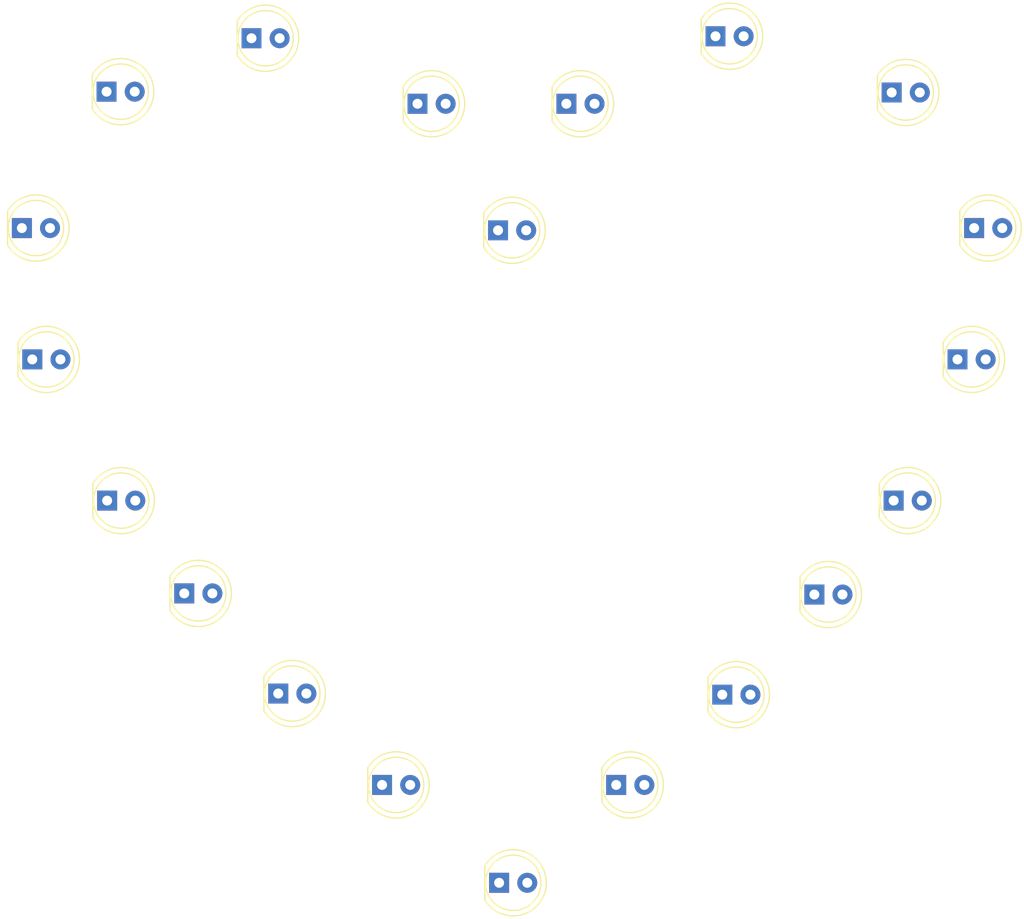
<source format=kicad_pcb>
(kicad_pcb (version 20231212) (generator "pcbnew") (generator_version "7.99")
  (layers (0 "F.Cu" signal) (31 "B.Cu" signal) (34 "B.Paste" user) (35 "F.Paste" user) (36 "B.SilkS" user "B.Silkscreen") (37 "F.SilkS" user "F.Silkscreen") (38 "B.Mask" user) (39 "F.Mask" user) (44 "Edge.Cuts" user))
  (net 0 "")
  (footprint "LED_THT:LED_D5.0mm" (layer "F.Cu") (at 180.5382 97.6122)
    (property "Reference" "REF**" (hide yes))
    (property "Value" "LED_D5.0mm" (hide yes))
    (fp_line (start -1.29 -1.545) (end -1.29 1.545) (stroke (width 0.12)) (layer "F.SilkS"))
    (fp_arc (start -1.29 -1.54483) (mid 2.072002 -2.880433) (end 4.26 0.000462) (stroke (width 0.12)) (layer "F.SilkS"))
    (fp_arc (start 4.26 -0.000462) (mid 2.072002 2.880433) (end -1.29 1.54483) (stroke (width 0.12)) (layer "F.SilkS"))
    (fp_circle (center 1.27 0) (end 3.77 0) (stroke (width 0.12)) (fill none) (layer "F.SilkS"))
    (pad "1" thru_hole rect (at 0 0) (size 1.8 1.8) (drill 0.9) (layers "*.Cu" "*.Mask"))
    (pad "2" thru_hole circle (at 2.54 0) (size 1.8 1.8) (drill 0.9) (layers "*.Cu" "*.Mask"))
  )
  (footprint "LED_THT:LED_D5.0mm" (layer "F.Cu") (at 187.8026 72.9996)
    (property "Reference" "REF**" (hide yes))
    (property "Value" "LED_D5.0mm" (hide yes))
    (fp_line (start -1.29 -1.545) (end -1.29 1.545) (stroke (width 0.12)) (layer "F.SilkS"))
    (fp_arc (start -1.29 -1.54483) (mid 2.072002 -2.880433) (end 4.26 0.000462) (stroke (width 0.12)) (layer "F.SilkS"))
    (fp_arc (start 4.26 -0.000462) (mid 2.072002 2.880433) (end -1.29 1.54483) (stroke (width 0.12)) (layer "F.SilkS"))
    (fp_circle (center 1.27 0) (end 3.77 0) (stroke (width 0.12)) (fill none) (layer "F.SilkS"))
    (pad "1" thru_hole rect (at 0 0) (size 1.8 1.8) (drill 0.9) (layers "*.Cu" "*.Mask"))
    (pad "2" thru_hole circle (at 2.54 0) (size 1.8 1.8) (drill 0.9) (layers "*.Cu" "*.Mask"))
  )
  (footprint "LED_THT:LED_D5.0mm" (layer "F.Cu") (at 134.361 123.2916)
    (property "Reference" "REF**" (hide yes))
    (property "Value" "LED_D5.0mm" (hide yes))
    (fp_line (start -1.29 -1.545) (end -1.29 1.545) (stroke (width 0.12)) (layer "F.SilkS"))
    (fp_arc (start -1.29 -1.54483) (mid 2.072002 -2.880433) (end 4.26 0.000462) (stroke (width 0.12)) (layer "F.SilkS"))
    (fp_arc (start 4.26 -0.000462) (mid 2.072002 2.880433) (end -1.29 1.54483) (stroke (width 0.12)) (layer "F.SilkS"))
    (fp_circle (center 1.27 0) (end 3.77 0) (stroke (width 0.12)) (fill none) (layer "F.SilkS"))
    (pad "1" thru_hole rect (at 0 0) (size 1.8 1.8) (drill 0.9) (layers "*.Cu" "*.Mask"))
    (pad "2" thru_hole circle (at 2.54 0) (size 1.8 1.8) (drill 0.9) (layers "*.Cu" "*.Mask"))
  )
  (footprint "LED_THT:LED_D5.0mm" (layer "F.Cu") (at 180.3604 60.7568)
    (property "Reference" "REF**" (hide yes))
    (property "Value" "LED_D5.0mm" (hide yes))
    (fp_line (start -1.29 -1.545) (end -1.29 1.545) (stroke (width 0.12)) (layer "F.SilkS"))
    (fp_arc (start -1.29 -1.54483) (mid 2.072002 -2.880433) (end 4.26 0.000462) (stroke (width 0.12)) (layer "F.SilkS"))
    (fp_arc (start 4.26 -0.000462) (mid 2.072002 2.880433) (end -1.29 1.54483) (stroke (width 0.12)) (layer "F.SilkS"))
    (fp_circle (center 1.27 0) (end 3.77 0) (stroke (width 0.12)) (fill none) (layer "F.SilkS"))
    (pad "1" thru_hole rect (at 0 0) (size 1.8 1.8) (drill 0.9) (layers "*.Cu" "*.Mask"))
    (pad "2" thru_hole circle (at 2.54 0) (size 1.8 1.8) (drill 0.9) (layers "*.Cu" "*.Mask"))
  )
  (footprint "LED_THT:LED_D5.0mm" (layer "F.Cu") (at 155.4938 123.2916)
    (property "Reference" "REF**" (hide yes))
    (property "Value" "LED_D5.0mm" (hide yes))
    (fp_line (start -1.29 -1.545) (end -1.29 1.545) (stroke (width 0.12)) (layer "F.SilkS"))
    (fp_arc (start -1.29 -1.54483) (mid 2.072002 -2.880433) (end 4.26 0.000462) (stroke (width 0.12)) (layer "F.SilkS"))
    (fp_arc (start 4.26 -0.000462) (mid 2.072002 2.880433) (end -1.29 1.54483) (stroke (width 0.12)) (layer "F.SilkS"))
    (fp_circle (center 1.27 0) (end 3.77 0) (stroke (width 0.12)) (fill none) (layer "F.SilkS"))
    (pad "1" thru_hole rect (at 0 0) (size 1.8 1.8) (drill 0.9) (layers "*.Cu" "*.Mask"))
    (pad "2" thru_hole circle (at 2.54 0) (size 1.8 1.8) (drill 0.9) (layers "*.Cu" "*.Mask"))
  )
  (footprint "LED_THT:LED_D5.0mm" (layer "F.Cu") (at 165.0696 115.1382)
    (property "Reference" "REF**" (hide yes))
    (property "Value" "LED_D5.0mm" (hide yes))
    (fp_line (start -1.29 -1.545) (end -1.29 1.545) (stroke (width 0.12)) (layer "F.SilkS"))
    (fp_arc (start -1.29 -1.54483) (mid 2.072002 -2.880433) (end 4.26 0.000462) (stroke (width 0.12)) (layer "F.SilkS"))
    (fp_arc (start 4.26 -0.000462) (mid 2.072002 2.880433) (end -1.29 1.54483) (stroke (width 0.12)) (layer "F.SilkS"))
    (fp_circle (center 1.27 0) (end 3.77 0) (stroke (width 0.12)) (fill none) (layer "F.SilkS"))
    (pad "1" thru_hole rect (at 0 0) (size 1.8 1.8) (drill 0.9) (layers "*.Cu" "*.Mask"))
    (pad "2" thru_hole circle (at 2.54 0) (size 1.8 1.8) (drill 0.9) (layers "*.Cu" "*.Mask"))
  )
  (footprint "LED_THT:LED_D5.0mm" (layer "F.Cu") (at 109.5452 97.6122)
    (property "Reference" "REF**" (hide yes))
    (property "Value" "LED_D5.0mm" (hide yes))
    (fp_line (start -1.29 -1.545) (end -1.29 1.545) (stroke (width 0.12)) (layer "F.SilkS"))
    (fp_arc (start -1.29 -1.54483) (mid 2.072002 -2.880433) (end 4.26 0.000462) (stroke (width 0.12)) (layer "F.SilkS"))
    (fp_arc (start 4.26 -0.000462) (mid 2.072002 2.880433) (end -1.29 1.54483) (stroke (width 0.12)) (layer "F.SilkS"))
    (fp_circle (center 1.27 0) (end 3.77 0) (stroke (width 0.12)) (fill none) (layer "F.SilkS"))
    (pad "1" thru_hole rect (at 0 0) (size 1.8 1.8) (drill 0.9) (layers "*.Cu" "*.Mask"))
    (pad "2" thru_hole circle (at 2.54 0) (size 1.8 1.8) (drill 0.9) (layers "*.Cu" "*.Mask"))
  )
  (footprint "LED_THT:LED_D5.0mm" (layer "F.Cu") (at 124.9884 115.0366)
    (property "Reference" "REF**" (hide yes))
    (property "Value" "LED_D5.0mm" (hide yes))
    (fp_line (start -1.29 -1.545) (end -1.29 1.545) (stroke (width 0.12)) (layer "F.SilkS"))
    (fp_arc (start -1.29 -1.54483) (mid 2.072002 -2.880433) (end 4.26 0.000462) (stroke (width 0.12)) (layer "F.SilkS"))
    (fp_arc (start 4.26 -0.000462) (mid 2.072002 2.880433) (end -1.29 1.54483) (stroke (width 0.12)) (layer "F.SilkS"))
    (fp_circle (center 1.27 0) (end 3.77 0) (stroke (width 0.12)) (fill none) (layer "F.SilkS"))
    (pad "1" thru_hole rect (at 0 0) (size 1.8 1.8) (drill 0.9) (layers "*.Cu" "*.Mask"))
    (pad "2" thru_hole circle (at 2.54 0) (size 1.8 1.8) (drill 0.9) (layers "*.Cu" "*.Mask"))
  )
  (footprint "LED_THT:LED_D5.0mm" (layer "F.Cu") (at 150.998 61.7728)
    (property "Reference" "REF**" (hide yes))
    (property "Value" "LED_D5.0mm" (hide yes))
    (fp_line (start -1.29 -1.545) (end -1.29 1.545) (stroke (width 0.12)) (layer "F.SilkS"))
    (fp_arc (start -1.29 -1.54483) (mid 2.072002 -2.880433) (end 4.26 0.000462) (stroke (width 0.12)) (layer "F.SilkS"))
    (fp_arc (start 4.26 -0.000462) (mid 2.072002 2.880433) (end -1.29 1.54483) (stroke (width 0.12)) (layer "F.SilkS"))
    (fp_circle (center 1.27 0) (end 3.77 0) (stroke (width 0.12)) (fill none) (layer "F.SilkS"))
    (pad "1" thru_hole rect (at 0 0) (size 1.8 1.8) (drill 0.9) (layers "*.Cu" "*.Mask"))
    (pad "2" thru_hole circle (at 2.54 0) (size 1.8 1.8) (drill 0.9) (layers "*.Cu" "*.Mask"))
  )
  (footprint "LED_THT:LED_D5.0mm" (layer "F.Cu") (at 109.4944 60.6806)
    (property "Reference" "REF**" (hide yes))
    (property "Value" "LED_D5.0mm" (hide yes))
    (fp_line (start -1.29 -1.545) (end -1.29 1.545) (stroke (width 0.12)) (layer "F.SilkS"))
    (fp_arc (start -1.29 -1.54483) (mid 2.072002 -2.880433) (end 4.26 0.000462) (stroke (width 0.12)) (layer "F.SilkS"))
    (fp_arc (start 4.26 -0.000462) (mid 2.072002 2.880433) (end -1.29 1.54483) (stroke (width 0.12)) (layer "F.SilkS"))
    (fp_circle (center 1.27 0) (end 3.77 0) (stroke (width 0.12)) (fill none) (layer "F.SilkS"))
    (pad "1" thru_hole rect (at 0 0) (size 1.8 1.8) (drill 0.9) (layers "*.Cu" "*.Mask"))
    (pad "2" thru_hole circle (at 2.54 0) (size 1.8 1.8) (drill 0.9) (layers "*.Cu" "*.Mask"))
  )
  (footprint "LED_THT:LED_D5.0mm" (layer "F.Cu") (at 102.7888 84.8614)
    (property "Reference" "REF**" (hide yes))
    (property "Value" "LED_D5.0mm" (hide yes))
    (fp_line (start -1.29 -1.545) (end -1.29 1.545) (stroke (width 0.12)) (layer "F.SilkS"))
    (fp_arc (start -1.29 -1.54483) (mid 2.072002 -2.880433) (end 4.26 0.000462) (stroke (width 0.12)) (layer "F.SilkS"))
    (fp_arc (start 4.26 -0.000462) (mid 2.072002 2.880433) (end -1.29 1.54483) (stroke (width 0.12)) (layer "F.SilkS"))
    (fp_circle (center 1.27 0) (end 3.77 0) (stroke (width 0.12)) (fill none) (layer "F.SilkS"))
    (pad "1" thru_hole rect (at 0 0) (size 1.8 1.8) (drill 0.9) (layers "*.Cu" "*.Mask"))
    (pad "2" thru_hole circle (at 2.54 0) (size 1.8 1.8) (drill 0.9) (layers "*.Cu" "*.Mask"))
  )
  (footprint "LED_THT:LED_D5.0mm" (layer "F.Cu") (at 122.5754 55.8546)
    (property "Reference" "REF**" (hide yes))
    (property "Value" "LED_D5.0mm" (hide yes))
    (fp_line (start -1.29 -1.545) (end -1.29 1.545) (stroke (width 0.12)) (layer "F.SilkS"))
    (fp_arc (start -1.29 -1.54483) (mid 2.072002 -2.880433) (end 4.26 0.000462) (stroke (width 0.12)) (layer "F.SilkS"))
    (fp_arc (start 4.26 -0.000462) (mid 2.072002 2.880433) (end -1.29 1.54483) (stroke (width 0.12)) (layer "F.SilkS"))
    (fp_circle (center 1.27 0) (end 3.77 0) (stroke (width 0.12)) (fill none) (layer "F.SilkS"))
    (pad "1" thru_hole rect (at 0 0) (size 1.8 1.8) (drill 0.9) (layers "*.Cu" "*.Mask"))
    (pad "2" thru_hole circle (at 2.54 0) (size 1.8 1.8) (drill 0.9) (layers "*.Cu" "*.Mask"))
  )
  (footprint "LED_THT:LED_D5.0mm" (layer "F.Cu") (at 116.5048 105.9942)
    (property "Reference" "REF**" (hide yes))
    (property "Value" "LED_D5.0mm" (hide yes))
    (fp_line (start -1.29 -1.545) (end -1.29 1.545) (stroke (width 0.12)) (layer "F.SilkS"))
    (fp_arc (start -1.29 -1.54483) (mid 2.072002 -2.880433) (end 4.26 0.000462) (stroke (width 0.12)) (layer "F.SilkS"))
    (fp_arc (start 4.26 -0.000462) (mid 2.072002 2.880433) (end -1.29 1.54483) (stroke (width 0.12)) (layer "F.SilkS"))
    (fp_circle (center 1.27 0) (end 3.77 0) (stroke (width 0.12)) (fill none) (layer "F.SilkS"))
    (pad "1" thru_hole rect (at 0 0) (size 1.8 1.8) (drill 0.9) (layers "*.Cu" "*.Mask"))
    (pad "2" thru_hole circle (at 2.54 0) (size 1.8 1.8) (drill 0.9) (layers "*.Cu" "*.Mask"))
  )
  (footprint "LED_THT:LED_D5.0mm" (layer "F.Cu") (at 186.304 84.8614)
    (property "Reference" "REF**" (hide yes))
    (property "Value" "LED_D5.0mm" (hide yes))
    (fp_line (start -1.29 -1.545) (end -1.29 1.545) (stroke (width 0.12)) (layer "F.SilkS"))
    (fp_arc (start -1.29 -1.54483) (mid 2.072002 -2.880433) (end 4.26 0.000462) (stroke (width 0.12)) (layer "F.SilkS"))
    (fp_arc (start 4.26 -0.000462) (mid 2.072002 2.880433) (end -1.29 1.54483) (stroke (width 0.12)) (layer "F.SilkS"))
    (fp_circle (center 1.27 0) (end 3.77 0) (stroke (width 0.12)) (fill none) (layer "F.SilkS"))
    (pad "1" thru_hole rect (at 0 0) (size 1.8 1.8) (drill 0.9) (layers "*.Cu" "*.Mask"))
    (pad "2" thru_hole circle (at 2.54 0) (size 1.8 1.8) (drill 0.9) (layers "*.Cu" "*.Mask"))
  )
  (footprint "LED_THT:LED_D5.0mm" (layer "F.Cu") (at 137.5614 61.7728)
    (property "Reference" "REF**" (hide yes))
    (property "Value" "LED_D5.0mm" (hide yes))
    (fp_line (start -1.29 -1.545) (end -1.29 1.545) (stroke (width 0.12)) (layer "F.SilkS"))
    (fp_arc (start -1.29 -1.54483) (mid 2.072002 -2.880433) (end 4.26 0.000462) (stroke (width 0.12)) (layer "F.SilkS"))
    (fp_arc (start 4.26 -0.000462) (mid 2.072002 2.880433) (end -1.29 1.54483) (stroke (width 0.12)) (layer "F.SilkS"))
    (fp_circle (center 1.27 0) (end 3.77 0) (stroke (width 0.12)) (fill none) (layer "F.SilkS"))
    (pad "1" thru_hole rect (at 0 0) (size 1.8 1.8) (drill 0.9) (layers "*.Cu" "*.Mask"))
    (pad "2" thru_hole circle (at 2.54 0) (size 1.8 1.8) (drill 0.9) (layers "*.Cu" "*.Mask"))
  )
  (footprint "LED_THT:LED_D5.0mm" (layer "F.Cu") (at 144.8308 73.2028)
    (property "Reference" "REF**" (hide yes))
    (property "Value" "LED_D5.0mm" (hide yes))
    (fp_line (start -1.29 -1.545) (end -1.29 1.545) (stroke (width 0.12)) (layer "F.SilkS"))
    (fp_arc (start -1.29 -1.54483) (mid 2.072002 -2.880433) (end 4.26 0.000462) (stroke (width 0.12)) (layer "F.SilkS"))
    (fp_arc (start 4.26 -0.000462) (mid 2.072002 2.880433) (end -1.29 1.54483) (stroke (width 0.12)) (layer "F.SilkS"))
    (fp_circle (center 1.27 0) (end 3.77 0) (stroke (width 0.12)) (fill none) (layer "F.SilkS"))
    (pad "1" thru_hole rect (at 0 0) (size 1.8 1.8) (drill 0.9) (layers "*.Cu" "*.Mask"))
    (pad "2" thru_hole circle (at 2.54 0) (size 1.8 1.8) (drill 0.9) (layers "*.Cu" "*.Mask"))
  )
  (footprint "LED_THT:LED_D5.0mm" (layer "F.Cu") (at 173.3804 106.0958)
    (property "Reference" "REF**" (hide yes))
    (property "Value" "LED_D5.0mm" (hide yes))
    (fp_line (start -1.29 -1.545) (end -1.29 1.545) (stroke (width 0.12)) (layer "F.SilkS"))
    (fp_arc (start -1.29 -1.54483) (mid 2.072002 -2.880433) (end 4.26 0.000462) (stroke (width 0.12)) (layer "F.SilkS"))
    (fp_arc (start 4.26 -0.000462) (mid 2.072002 2.880433) (end -1.29 1.54483) (stroke (width 0.12)) (layer "F.SilkS"))
    (fp_circle (center 1.27 0) (end 3.77 0) (stroke (width 0.12)) (fill none) (layer "F.SilkS"))
    (pad "1" thru_hole rect (at 0 0) (size 1.8 1.8) (drill 0.9) (layers "*.Cu" "*.Mask"))
    (pad "2" thru_hole circle (at 2.54 0) (size 1.8 1.8) (drill 0.9) (layers "*.Cu" "*.Mask"))
  )
  (footprint "LED_THT:LED_D5.0mm" (layer "F.Cu") (at 164.46 55.6768)
    (property "Reference" "REF**" (hide yes))
    (property "Value" "LED_D5.0mm" (hide yes))
    (fp_line (start -1.29 -1.545) (end -1.29 1.545) (stroke (width 0.12)) (layer "F.SilkS"))
    (fp_arc (start -1.29 -1.54483) (mid 2.072002 -2.880433) (end 4.26 0.000462) (stroke (width 0.12)) (layer "F.SilkS"))
    (fp_arc (start 4.26 -0.000462) (mid 2.072002 2.880433) (end -1.29 1.54483) (stroke (width 0.12)) (layer "F.SilkS"))
    (fp_circle (center 1.27 0) (end 3.77 0) (stroke (width 0.12)) (fill none) (layer "F.SilkS"))
    (pad "1" thru_hole rect (at 0 0) (size 1.8 1.8) (drill 0.9) (layers "*.Cu" "*.Mask"))
    (pad "2" thru_hole circle (at 2.54 0) (size 1.8 1.8) (drill 0.9) (layers "*.Cu" "*.Mask"))
  )
  (footprint "LED_THT:LED_D5.0mm" (layer "F.Cu") (at 144.9274 132.1308)
    (property "Reference" "REF**" (hide yes))
    (property "Value" "LED_D5.0mm" (hide yes))
    (fp_line (start -1.29 -1.545) (end -1.29 1.545) (stroke (width 0.12)) (layer "F.SilkS"))
    (fp_arc (start -1.29 -1.54483) (mid 2.072002 -2.880433) (end 4.26 0.000462) (stroke (width 0.12)) (layer "F.SilkS"))
    (fp_arc (start 4.26 -0.000462) (mid 2.072002 2.880433) (end -1.29 1.54483) (stroke (width 0.12)) (layer "F.SilkS"))
    (fp_circle (center 1.27 0) (end 3.77 0) (stroke (width 0.12)) (fill none) (layer "F.SilkS"))
    (pad "1" thru_hole rect (at 0 0) (size 1.8 1.8) (drill 0.9) (layers "*.Cu" "*.Mask"))
    (pad "2" thru_hole circle (at 2.54 0) (size 1.8 1.8) (drill 0.9) (layers "*.Cu" "*.Mask"))
  )
  (footprint "LED_THT:LED_D5.0mm" (layer "F.Cu") (at 101.849 72.9996)
    (property "Reference" "REF**" (hide yes))
    (property "Value" "LED_D5.0mm" (hide yes))
    (fp_line (start -1.29 -1.545) (end -1.29 1.545) (stroke (width 0.12)) (layer "F.SilkS"))
    (fp_arc (start -1.29 -1.54483) (mid 2.072002 -2.880433) (end 4.26 0.000462) (stroke (width 0.12)) (layer "F.SilkS"))
    (fp_arc (start 4.26 -0.000462) (mid 2.072002 2.880433) (end -1.29 1.54483) (stroke (width 0.12)) (layer "F.SilkS"))
    (fp_circle (center 1.27 0) (end 3.77 0) (stroke (width 0.12)) (fill none) (layer "F.SilkS"))
    (pad "1" thru_hole rect (at 0 0) (size 1.8 1.8) (drill 0.9) (layers "*.Cu" "*.Mask"))
    (pad "2" thru_hole circle (at 2.54 0) (size 1.8 1.8) (drill 0.9) (layers "*.Cu" "*.Mask"))
  )
)
</source>
